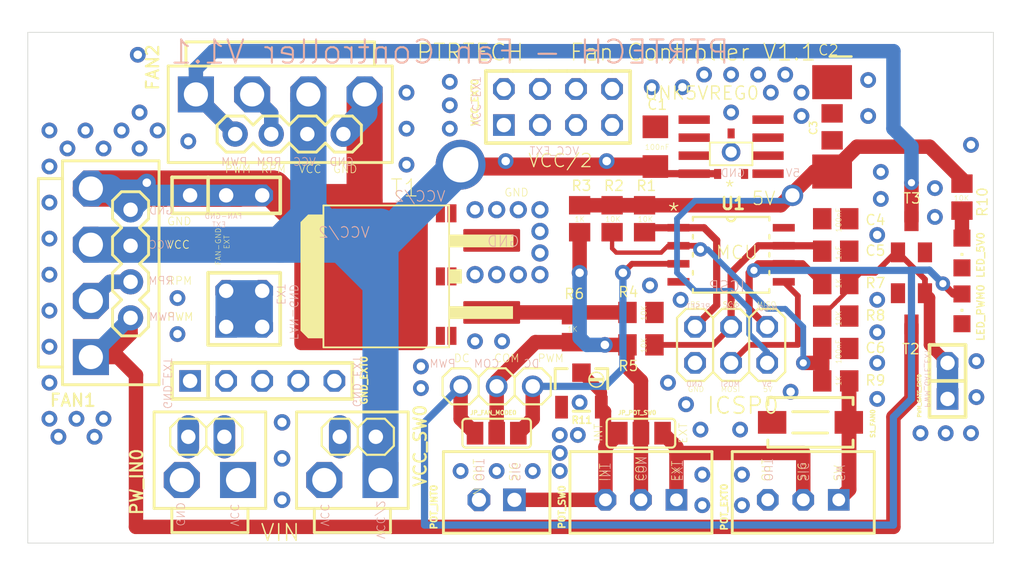
<source format=kicad_pcb>
(kicad_pcb (version 20241229) (generator "pcbnew") (generator_version "9.0")
  (layers (0 "F.Cu" signal) (2 "B.Cu" signal) (13 "F.Paste" user) (15 "B.Paste" user) (5 "F.SilkS" user "F.Silkscreen") (7 "B.SilkS" user "B.Silkscreen") (1 "F.Mask" user) (3 "B.Mask" user) (25 "Edge.Cuts" user))
  (net 0 "")
  (net 1 "GND")
  (net 2 "VCC")
  (net 3 "VCC/2")
  (net 4 "+5V")
  (net 5 "PB1_MISO")
  (net 6 "PB2_SCK")
  (net 7 "PB4")
  (net 8 "PB5_RESET")
  (net 9 "PB0_MOSI")
  (net 10 "T1_GATE")
  (net 11 "POTEXT_SIGNAL")
  (net 12 "POTINT_SIGNAL")
  (net 13 "POTSW_COM")
  (net 14 "FAN1_PWM")
  (net 15 "FAN2_PWM")
  (net 16 "FAN_GND")
  (net 17 "FAN_SW")
  (net 18 "PB3")
  (net 19 "JP1_COM")
  (net 20 "FAN1_LATCH")
  (net 21 "FAN2_LATCH")
  (net 22 "LED1_ANODE")
  (net 23 "PWM_GATE")
  (footprint "schemantic:C0805_334" (layer "F.Cu") (at 171.3971 109.2876)
    (property "Reference" "C6")
    (property "Value" "100nF")
  )
  (footprint "schemantic:dummyfp3" (layer "F.Cu") (at 179.0171 90.5036)
    (property "Reference" "UNK_HOLE_3" (hide yes))
    (property "Value" "")
  )
  (footprint "schemantic:1X05" (layer "F.Cu") (at 131.0111 111.5736)
    (property "Reference" "GND_EXT0")
    (property "Value" "")
  )
  (footprint "schemantic:B3B-XH-A" (layer "F.Cu") (at 157.6811 119.9556)
    (property "Reference" "POT_SW0")
    (property "Value" "POT_SW")
  )
  (footprint "schemantic:C1206_334" (layer "F.Cu") (at 158.6971 95.0636 90)
    (property "Reference" "C1")
    (property "Value" "100nF 60v")
  )
  (footprint "schemantic:SOT23" (layer "F.Cu") (at 176.7311 106.4936 180)
    (property "Reference" "T2")
    (property "Value" "AO3400")
  )
  (footprint "schemantic:CHIPLED_0805_259" (layer "F.Cu") (at 180.2871 102.5566 180)
    (property "Reference" "LED_5V0")
    (property "Value" "")
  )
  (footprint "schemantic:XC6206_SOT-23" (layer "F.Cu") (at 164.0311 95.5716)
    (property "Reference" "UNK5VREG_ALT0" (hide yes))
    (property "Value" "AP7381-50SA-7" (hide yes))
  )
  (footprint "schemantic:SMT-JUMPER_2_NO_NO-SILK_528" (layer "F.Cu") (at 143.9651 104.2076 180)
    (property "Reference" "JP1_T1_GND0" (hide yes))
    (property "Value" "JUMPER-SMT_2_NO_NO-SILK")
  )
  (footprint "schemantic:1X02_325" (layer "F.Cu") (at 137.7421 115.5106 180)
    (property "Reference" "VCC_SW_ALT0" (hide yes))
    (property "Value" "")
  )
  (footprint "schemantic:3223W_331" (layer "F.Cu") (at 153.4901 112.2086)
    (property "Reference" "R11")
    (property "Value" "")
  )
  (footprint "schemantic:R0805_334" (layer "F.Cu") (at 152.8551 107.8906 -90)
    (property "Reference" "R6")
    (property "Value" "1K")
  )
  (footprint "schemantic:CHIPLED_0805_259" (layer "F.Cu") (at 180.2871 106.4936 180)
    (property "Reference" "LED_PWM0")
    (property "Value" "")
  )
  (footprint "schemantic:R0805_334" (layer "F.Cu") (at 157.6811 109.0336)
    (property "Reference" "R5")
    (property "Value" "10K")
  )
  (footprint "schemantic:R0805_334" (layer "F.Cu") (at 153.3631 100.1436 90)
    (property "Reference" "R3")
    (property "Value" "1K")
  )
  (footprint "schemantic:B4P-VH" (layer "F.Cu") (at 118.9461 103.9536 90)
    (property "Reference" "FAN1")
    (property "Value" "FAN1" (hide yes))
  )
  (footprint "schemantic:B2P-VH" (layer "F.Cu") (at 127.3281 118.5586 180)
    (property "Reference" "PW_IN0")
    (property "Value" "Power In")
  )
  (footprint "schemantic:2X04" (layer "F.Cu") (at 151.8391 92.2696)
    (property "Reference" "VCC_EXT0")
    (property "Value" "")
  )
  (footprint "schemantic:R0805_334" (layer "F.Cu") (at 171.3971 104.7156 180)
    (property "Reference" "R7")
    (property "Value" "1K")
  )
  (footprint "schemantic:R0805_334" (layer "F.Cu") (at 171.3971 107.0016 180)
    (property "Reference" "R8")
    (property "Value" "10K")
  )
  (footprint "schemantic:B2B-XH-A" (layer "F.Cu") (at 147.5211 119.9556)
    (property "Reference" "POT_INT0")
    (property "Value" "POT_INT")
  )
  (footprint "schemantic:DTSM-3" (layer "F.Cu") (at 169.6191 114.4946)
    (property "Reference" "S1_FAN0")
    (property "Value" "DTSM-3")
  )
  (footprint "schemantic:SMC_E_334" (layer "F.Cu") (at 171.1431 93.6666 90)
    (property "Reference" "C2")
    (property "Value" "10uF 10v")
  )
  (footprint "schemantic:R0805_334" (layer "F.Cu") (at 157.9351 100.1436 -90)
    (property "Reference" "R1")
    (property "Value" "10K")
  )
  (footprint "schemantic:2X03_325" (layer "F.Cu") (at 164.0311 109.0336 180)
    (property "Reference" "ICSP0")
    (property "Value" "Prog")
  )
  (footprint "schemantic:1X02" (layer "F.Cu") (at 179.2711 111.5736 90)
    (property "Reference" "PWM_GATE_EXT0")
    (property "Value" "")
  )
  (footprint "schemantic:1X04-BIG" (layer "F.Cu") (at 129.1061 94.1746)
    (property "Reference" "FAN2_ALT0" (hide yes))
    (property "Value" "1X4-BIG")
  )
  (footprint "schemantic:SMT-JUMPER_2_NO_NO-SILK_528" (layer "F.Cu") (at 143.9651 108.3986 180)
    (property "Reference" "JP2_T1_GND0" (hide yes))
    (property "Value" "JUMPER-SMT_2_NO_NO-SILK")
  )
  (footprint "schemantic:1X03" (layer "F.Cu") (at 147.5211 111.9546)
    (property "Reference" "JP_FAN_MODE2" (hide yes))
    (property "Value" "")
  )
  (footprint "schemantic:1X02_325" (layer "F.Cu") (at 127.0741 115.5106 180)
    (property "Reference" "PW_IN_ALT0" (hide yes))
    (property "Value" "")
  )
  (footprint "schemantic:R0805_334" (layer "F.Cu") (at 171.3971 111.5736)
    (property "Reference" "R9")
    (property "Value" "1K")
  )
  (footprint "schemantic:R0805_334" (layer "F.Cu") (at 155.6491 100.1436 -90)
    (property "Reference" "R2")
    (property "Value" "10K")
  )
  (footprint "schemantic:SOIC127P798X216-8N" (layer "F.Cu") (at 164.0311 102.6836)
    (property "Reference" "U1")
    (property "Value" "ATTINY85-20SU")
  )
  (footprint "schemantic:B3B-XH-A" (layer "F.Cu") (at 169.1111 119.9556)
    (property "Reference" "POT_EXT0")
    (property "Value" "POT_EXT")
  )
  (footprint "schemantic:SJ_2_252" (layer "F.Cu") (at 147.5211 115.2566)
    (property "Reference" "JP_FAN_MODE0")
    (property "Value" "DC_COM_PWM")
  )
  (footprint "schemantic:SMT-JUMPER_2_NO_NO-SILK_528" (layer "F.Cu") (at 143.9651 99.7626 180)
    (property "Reference" "JP31_T1_GND0" (hide yes))
    (property "Value" "JUMPER-SMT_2_NO_NO-SILK")
  )
  (footprint "schemantic:R0805_334" (layer "F.Cu") (at 180.2871 98.6196 -90)
    (property "Reference" "R10")
    (property "Value" "10K")
  )
  (footprint "schemantic:2X02" (layer "F.Cu") (at 129.7411 106.4936)
    (property "Reference" "FAN_GND_EXT1" (hide yes))
    (property "Value" "")
  )
  (footprint "schemantic:R0805_334" (layer "F.Cu") (at 157.6811 106.7476 180)
    (property "Reference" "R4")
    (property "Value" "10K")
  )
  (footprint "schemantic:B4P-VH" (layer "F.Cu") (at 132.2811 91.3806)
    (property "Reference" "FAN2")
    (property "Value" "FAN1")
  )
  (footprint "schemantic:1X03" (layer "F.Cu") (at 128.4711 98.4926)
    (property "Reference" "FAN_GND_EXT2" (hide yes))
    (property "Value" "")
  )
  (footprint "schemantic:SO08_307" (layer "F.Cu") (at 164.0311 95.0636 90)
    (property "Reference" "UNK5VREG0")
    (property "Value" "LM2936M-5.0")
  )
  (footprint "schemantic:SOT23" (layer "F.Cu") (at 176.7311 101.4136)
    (property "Reference" "T3")
    (property "Value" "AO3400")
  )
  (footprint "schemantic:SJ_2_252" (layer "F.Cu") (at 157.6811 115.2566)
    (property "Reference" "JP_POT_SW0")
    (property "Value" "")
  )
  (footprint "schemantic:B2P-VH" (layer "F.Cu") (at 137.3611 118.5586 180)
    (property "Reference" "VCC_SW0")
    (property "Value" "Power SW")
  )
  (footprint "schemantic:1X04-BIG" (layer "F.Cu") (at 121.7401 107.1286 90)
    (property "Reference" "FAN1_ALT0" (hide yes))
    (property "Value" "1X4-BIG")
  )
  (footprint "schemantic:dummyfp2" (layer "F.Cu") (at 179.0171 119.1936)
    (property "Reference" "UNK_HOLE_2" (hide yes))
    (property "Value" "")
  )
  (footprint "schemantic:C0805_334" (layer "F.Cu") (at 171.3971 102.4296)
    (property "Reference" "C5")
    (property "Value" "1nF")
  )
  (footprint "schemantic:C0805_334" (layer "F.Cu") (at 171.1431 93.6666 90)
    (property "Reference" "C3")
    (property "Value" "2.2uF")
  )
  (footprint "schemantic:dummyfp0" (layer "F.Cu") (at 118.0571 119.1936)
    (property "Reference" "UNK_HOLE_0" (hide yes))
    (property "Value" "")
  )
  (footprint "schemantic:D2PAK_TO263" (layer "F.Cu") (at 141.1711 104.2076 180)
    (property "Reference" "T1")
    (property "Value" "BUK963R3-60E,118")
  )
  (footprint "schemantic:C0805_334" (layer "F.Cu") (at 171.3971 100.1436)
    (property "Reference" "C4")
    (property "Value" "100nF")
  )
  (footprint "schemantic:dummyfp1" (layer "F.Cu") (at 118.0571 90.5036)
    (property "Reference" "UNK_HOLE_1" (hide yes))
    (property "Value" "")
  )
  (gr_line (start 182.5011 123.0036) (end 182.5011 87.0036) (stroke (width 0.05)) (layer "Edge.Cuts"))
  (gr_line (start 114.5011 87.0036) (end 114.5011 123.0036) (stroke (width 0.05)) (layer "Edge.Cuts"))
  (gr_line (start 114.5011 123.0036) (end 182.5011 123.0036) (stroke (width 0.05)) (layer "Edge.Cuts"))
  (gr_line (start 182.5011 87.0036) (end 114.5011 87.0036) (stroke (width 0.05)) (layer "Edge.Cuts"))
  (gr_text "DC    COM   PWM" (at 144.4731 110.3036 0) (layer "F.SilkS") (effects (font (size 0.560832 0.560832) (thickness 0.048768)) (justify left bottom)))
  (gr_text "MCU" (at 162.8881 103.0646 0) (layer "F.SilkS") (effects (font (size 0.93472 0.93472) (thickness 0.08128)) (justify left bottom)))
  (gr_text "GND" (at 148.0291 98.6196 0) (layer "F.SilkS") (effects (font (size 0.560832 0.560832) (thickness 0.048768)) (justify left bottom)))
  (gr_text "SIG" (at 149.0451 118.6856 90) (layer "F.SilkS") (effects (font (size 0.560832 0.560832) (thickness 0.048768)) (justify left bottom)))
  (gr_text "EXT" (at 160.9831 116.0186 90) (layer "F.SilkS") (effects (font (size 0.560832 0.560832) (thickness 0.048768)) (justify left bottom)))
  (gr_text "10K" (at 179.686286 98.917166 0) (layer "F.SilkS") (effects (font (size 0.373888 0.373888) (thickness 0.032512)) (justify left bottom)))
  (gr_text "VCC" (at 124.2801 102.3026 0) (layer "F.SilkS") (effects (font (size 0.560832 0.560832) (thickness 0.048768)) (justify left bottom)))
  (gr_text "1K" (at 152.4741 108.1446 0) (layer "F.SilkS") (effects (font (size 0.373888 0.373888) (thickness 0.032512)) (justify left bottom)))
  (gr_text "SCK" (at 163.412482 106.410166 0) (layer "F.SilkS") (effects (font (size 0.373888 0.373888) (thickness 0.032512)) (justify left bottom)))
  (gr_text "10K" (at 157.4271 100.3976 0) (layer "F.SilkS") (effects (font (size 0.373888 0.373888) (thickness 0.032512)) (justify left bottom)))
  (gr_text "EXT" (at 160.4751 118.6856 90) (layer "F.SilkS") (effects (font (size 0.560832 0.560832) (thickness 0.048768)) (justify left bottom)))
  (gr_text "MOSI" (at 163.290223 112.379166 0) (layer "F.SilkS") (effects (font (size 0.373888 0.373888) (thickness 0.032512)) (justify left bottom)))
  (gr_text "10K" (at 171.821666 107.729414 90) (layer "F.SilkS") (effects (font (size 0.373888 0.373888) (thickness 0.032512)) (justify left bottom)))
  (gr_text "OUT" (at 146.5051 118.6856 90) (layer "F.SilkS") (effects (font (size 0.560832 0.560832) (thickness 0.048768)) (justify left bottom)))
  (gr_text "GND" (at 160.963874 112.379166 0) (layer "F.SilkS") (effects (font (size 0.373888 0.373888) (thickness 0.032512)) (justify left bottom)))
  (gr_text "10K" (at 158.105666 109.634414 90) (layer "F.SilkS") (effects (font (size 0.373888 0.373888) (thickness 0.032512)) (justify left bottom)))
  (gr_text "1K" (at 171.821666 105.08733 90) (layer "F.SilkS") (effects (font (size 0.373888 0.373888) (thickness 0.032512)) (justify left bottom)))
  (gr_text "-" (at 170.3811 89.7296 0) (layer "F.SilkS") (effects (font (size 2.009648 2.009648) (thickness 0.174752)) (justify left bottom)))
  (gr_text "MISO" (at 165.830223 106.410166 0) (layer "F.SilkS") (effects (font (size 0.373888 0.373888) (thickness 0.032512)) (justify left bottom)))
  (gr_text "GND" (at 135.9641 96.9686 0) (layer "F.SilkS") (effects (font (size 0.560832 0.560832) (thickness 0.048768)) (justify left bottom)))
  (gr_text "10K" (at 158.105666 107.348414 90) (layer "F.SilkS") (effects (font (size 0.373888 0.373888) (thickness 0.032512)) (justify left bottom)))
  (gr_text "1nF" (at 171.821666 103.086197 90) (layer "F.SilkS") (effects (font (size 0.373888 0.373888) (thickness 0.032512)) (justify left bottom)))
  (gr_text "100nF" (at 171.821666 101.131365 90) (layer "F.SilkS") (effects (font (size 0.373888 0.373888) (thickness 0.032512)) (justify left bottom)))
  (gr_text "INT" (at 155.0141 115.8916 90) (layer "F.SilkS") (effects (font (size 0.560832 0.560832) (thickness 0.048768)) (justify left bottom)))
  (gr_text "100nF" (at 171.821666 110.402365 90) (layer "F.SilkS") (effects (font (size 0.373888 0.373888) (thickness 0.032512)) (justify left bottom)))
  (gr_text "FAN-GND\n    EXT" (at 128.735605 103.436377 90) (layer "F.SilkS") (effects (font (size 0.373888 0.373888) (thickness 0.032512)) (justify left bottom)))
  (gr_text "PWM" (at 128.3441 96.9686 0) (layer "F.SilkS") (effects (font (size 0.560832 0.560832) (thickness 0.048768)) (justify left bottom)))
  (gr_text "COM" (at 157.9351 118.6856 90) (layer "F.SilkS") (effects (font (size 0.560832 0.560832) (thickness 0.048768)) (justify left bottom)))
  (gr_text "*" (at 163.5231 98.4926 0) (layer "F.SilkS") (effects (font (size 0.93472 0.93472) (thickness 0.08128)) (justify left bottom)))
  (gr_text "SIG" (at 169.3651 118.6856 90) (layer "F.SilkS") (effects (font (size 0.560832 0.560832) (thickness 0.048768)) (justify left bottom)))
  (gr_text "PTRTECH - Fan Controller V1.1" (at 141.8061 89.0946 0) (layer "F.SilkS") (effects (font (size 1.1684 1.1684) (thickness 0.1016)) (justify left bottom)))
  (gr_text "VIN" (at 130.825075 122.949244 0) (layer "F.SilkS") (effects (font (size 1.1684 1.1684) (thickness 0.1016)) (justify left bottom)))
  (gr_text "INT" (at 155.3951 118.6856 90) (layer "F.SilkS") (effects (font (size 0.560832 0.560832) (thickness 0.048768)) (justify left bottom)))
  (gr_text "PWM" (at 124.2801 107.3826 0) (layer "F.SilkS") (effects (font (size 0.560832 0.560832) (thickness 0.048768)) (justify left bottom)))
  (gr_text "OUT" (at 166.8251 118.6856 90) (layer "F.SilkS") (effects (font (size 0.560832 0.560832) (thickness 0.048768)) (justify left bottom)))
  (gr_text "5V" (at 165.4281 99.2546 0) (layer "F.SilkS") (effects (font (size 0.93472 0.93472) (thickness 0.08128)) (justify left bottom)))
  (gr_text "SCK" (at 163.412482 106.410166 0) (layer "F.SilkS") (effects (font (size 0.373888 0.373888) (thickness 0.032512)) (justify left bottom)))
  (gr_text "1K" (at 171.821666 111.94533 90) (layer "F.SilkS") (effects (font (size 0.373888 0.373888) (thickness 0.032512)) (justify left bottom)))
  (gr_text "RPM" (at 124.2801 104.8426 0) (layer "F.SilkS") (effects (font (size 0.560832 0.560832) (thickness 0.048768)) (justify left bottom)))
  (gr_text "SW" (at 171.9051 118.6856 90) (layer "F.SilkS") (effects (font (size 0.560832 0.560832) (thickness 0.048768)) (justify left bottom)))
  (gr_text "RS" (at 161.11937 106.410166 0) (layer "F.SilkS") (effects (font (size 0.373888 0.373888) (thickness 0.032512)) (justify left bottom)))
  (gr_text "1K" (at 152.9821 100.3976 0) (layer "F.SilkS") (effects (font (size 0.373888 0.373888) (thickness 0.032512)) (justify left bottom)))
  (gr_text "GND" (at 124.2801 100.6516 0) (layer "F.SilkS") (effects (font (size 0.560832 0.560832) (thickness 0.048768)) (justify left bottom)))
  (gr_text "PWM" (at 124.2801 107.3826 0) (layer "F.SilkS") (effects (font (size 0.560832 0.560832) (thickness 0.048768)) (justify left bottom)))
  (gr_text "100nF" (at 157.9351 95.3176 0) (layer "F.SilkS") (effects (font (size 0.373888 0.373888) (thickness 0.032512)) (justify left bottom)))
  (gr_text "10K" (at 155.1411 100.3976 0) (layer "F.SilkS") (effects (font (size 0.373888 0.373888) (thickness 0.032512)) (justify left bottom)))
  (gr_text "VCC" (at 124.2801 102.3026 0) (layer "F.SilkS") (effects (font (size 0.560832 0.560832) (thickness 0.048768)) (justify left bottom)))
  (gr_text "VCC/2" (at 149.6801 96.5876 0) (layer "F.SilkS") (effects (font (size 0.93472 0.93472) (thickness 0.08128)) (justify left bottom)))
  (gr_text "5V" (at 166.252783 112.379166 0) (layer "F.SilkS") (effects (font (size 0.373888 0.373888) (thickness 0.032512)) (justify left bottom)))
  (gr_text "VCC" (at 133.5511 96.9686 0) (layer "F.SilkS") (effects (font (size 0.560832 0.560832) (thickness 0.048768)) (justify left bottom)))
  (gr_text "RPM" (at 130.8841 96.9686 0) (layer "F.SilkS") (effects (font (size 0.560832 0.560832) (thickness 0.048768)) (justify left bottom)))
  (gr_text "IN" (at 146.5051 119.9556 90) (layer "F.SilkS") (effects (font (size 0.560832 0.560832) (thickness 0.048768)) (justify left bottom)))
  (gr_text "SCK" (at 163.5231 106.1126 0) (layer "B.SilkS") (effects (font (size 0.373888 0.373888) (thickness 0.032512)) (justify right top mirror)))
  (gr_text "ICSP" (at 165.0471 105.3506 -0) (layer "B.SilkS") (effects (font (size 0.747776 0.747776) (thickness 0.065024)) (justify left bottom mirror)))
  (gr_text "RESET" (at 160.8561 106.1126 0) (layer "B.SilkS") (effects (font (size 0.373888 0.373888) (thickness 0.032512)) (justify right top mirror)))
  (gr_text "PWM_GATE_EXT" (at 177.6201 113.4786 -90) (layer "B.SilkS") (effects (font (size 0.373888 0.373888) (thickness 0.032512)) (justify left bottom mirror)))
  (gr_text "5V" (at 166.1901 111.5736 0) (layer "B.SilkS") (effects (font (size 0.373888 0.373888) (thickness 0.032512)) (justify right top mirror)))
  (gr_text "VCC/2" (at 138.6311 101.5406 -0) (layer "B.SilkS") (effects (font (size 0.747776 0.747776) (thickness 0.065024)) (justify left bottom mirror)))
  (gr_text "GND" (at 163.2691 96.5876 0) (layer "B.SilkS") (effects (font (size 0.560832 0.560832) (thickness 0.048768)) (justify right top mirror)))
  (gr_text "VCC_EXT" (at 153.3631 95.6986 -0) (layer "B.SilkS") (effects (font (size 0.560832 0.560832) (thickness 0.048768)) (justify left bottom mirror)))
  (gr_text "INT" (at 154.8871 118.6856 -90) (layer "B.SilkS") (effects (font (size 0.560832 0.560832) (thickness 0.048768)) (justify left bottom mirror)))
  (gr_text "VCC" (at 128.7251 121.8606 -90) (layer "B.SilkS") (effects (font (size 0.560832 0.560832) (thickness 0.048768)) (justify left bottom mirror)))
  (gr_text "DC    COM   PWM" (at 150.5691 110.6846 -0) (layer "B.SilkS") (effects (font (size 0.560832 0.560832) (thickness 0.048768)) (justify left bottom mirror)))
  (gr_text "5V" (at 167.8411 96.5876 0) (layer "B.SilkS") (effects (font (size 0.560832 0.560832) (thickness 0.048768)) (justify right top mirror)))
  (gr_text "VCC" (at 135.0751 121.8606 -90) (layer "B.SilkS") (effects (font (size 0.560832 0.560832) (thickness 0.048768)) (justify left bottom mirror)))
  (gr_text "GND_EXT" (at 124.6611 109.9226 -90) (layer "B.SilkS") (effects (font (size 0.560832 0.560832) (thickness 0.048768)) (justify right top mirror)))
  (gr_text "PTRTECH - Fan Controller V1.1" (at 164.0311 89.3486 -0) (layer "B.SilkS") (effects (font (size 1.63576 1.63576) (thickness 0.14224)) (justify left bottom mirror)))
  (gr_text "FAN-GND\n    EXT" (at 133.5511 104.7156 -90) (layer "B.SilkS") (effects (font (size 0.560832 0.560832) (thickness 0.048768)) (justify right top mirror)))
  (gr_text "VCC/2" (at 143.9651 99.0006 -0) (layer "B.SilkS") (effects (font (size 0.747776 0.747776) (thickness 0.065024)) (justify left bottom mirror)))
  (gr_text "SIG" (at 168.8571 118.6856 -90) (layer "B.SilkS") (effects (font (size 0.560832 0.560832) (thickness 0.048768)) (justify left bottom mirror)))
  (gr_text "VCC_EXT" (at 145.7431 93.6666 -90) (layer "B.SilkS") (effects (font (size 0.560832 0.560832) (thickness 0.048768)) (justify left bottom mirror)))
  (gr_text "EXT" (at 159.9671 118.6856 -90) (layer "B.SilkS") (effects (font (size 0.560832 0.560832) (thickness 0.048768)) (justify left bottom mirror)))
  (gr_text "MISO" (at 165.9361 106.2396 0) (layer "B.SilkS") (effects (font (size 0.373888 0.373888) (thickness 0.032512)) (justify right top mirror)))
  (gr_text "VCC/2" (at 139.0121 122.7496 -90) (layer "B.SilkS") (effects (font (size 0.560832 0.560832) (thickness 0.048768)) (justify left bottom mirror)))
  (gr_text "VCC" (at 124.6611 102.3026 -0) (layer "B.SilkS") (effects (font (size 0.560832 0.560832) (thickness 0.048768)) (justify left bottom mirror)))
  (gr_text "GND_EXT" (at 137.9961 109.7956 -90) (layer "B.SilkS") (effects (font (size 0.560832 0.560832) (thickness 0.048768)) (justify right top mirror)))
  (gr_text "VCC" (at 134.8211 96.4606 -0) (layer "B.SilkS") (effects (font (size 0.560832 0.560832) (thickness 0.048768)) (justify left bottom mirror)))
  (gr_text "FAN-GND\n    EXT" (at 129.6141 100.7786 -0) (layer "B.SilkS") (effects (font (size 0.373888 0.373888) (thickness 0.032512)) (justify left bottom mirror)))
  (gr_text "PWM" (at 124.9151 107.3826 -0) (layer "B.SilkS") (effects (font (size 0.560832 0.560832) (thickness 0.048768)) (justify left bottom mirror)))
  (gr_text "MOSI" (at 163.2691 111.5736 0) (layer "B.SilkS") (effects (font (size 0.373888 0.373888) (thickness 0.032512)) (justify right top mirror)))
  (gr_text "GND" (at 137.4881 96.4606 -0) (layer "B.SilkS") (effects (font (size 0.560832 0.560832) (thickness 0.048768)) (justify left bottom mirror)))
  (gr_text "GND" (at 124.9151 121.8606 -90) (layer "B.SilkS") (effects (font (size 0.560832 0.560832) (thickness 0.048768)) (justify left bottom mirror)))
  (gr_text "GND" (at 149.1721 102.1756 -0) (layer "B.SilkS") (effects (font (size 0.747776 0.747776) (thickness 0.065024)) (justify left bottom mirror)))
  (gr_text "SW" (at 171.3971 118.6856 -90) (layer "B.SilkS") (effects (font (size 0.560832 0.560832) (thickness 0.048768)) (justify left bottom mirror)))
  (gr_text "GND" (at 124.7881 99.8896 -0) (layer "B.SilkS") (effects (font (size 0.560832 0.560832) (thickness 0.048768)) (justify left bottom mirror)))
  (gr_text "RPM" (at 124.7881 104.8426 -0) (layer "B.SilkS") (effects (font (size 0.560832 0.560832) (thickness 0.048768)) (justify left bottom mirror)))
  (gr_text "RPM" (at 132.4081 96.4606 -0) (layer "B.SilkS") (effects (font (size 0.560832 0.560832) (thickness 0.048768)) (justify left bottom mirror)))
  (gr_text "OUT" (at 166.3171 118.6856 -90) (layer "B.SilkS") (effects (font (size 0.560832 0.560832) (thickness 0.048768)) (justify left bottom mirror)))
  (gr_text "GND" (at 160.8561 111.5736 0) (layer "B.SilkS") (effects (font (size 0.373888 0.373888) (thickness 0.032512)) (justify right top mirror)))
  (gr_text "OUT" (at 145.9971 118.6856 -90) (layer "B.SilkS") (effects (font (size 0.560832 0.560832) (thickness 0.048768)) (justify left bottom mirror)))
  (gr_text "COM" (at 157.4271 118.6856 -90) (layer "B.SilkS") (effects (font (size 0.560832 0.560832) (thickness 0.048768)) (justify left bottom mirror)))
  (gr_text "SIG" (at 148.5371 118.6856 -90) (layer "B.SilkS") (effects (font (size 0.560832 0.560832) (thickness 0.048768)) (justify left bottom mirror)))
  (gr_text "PWM" (at 129.9951 96.4606 -0) (layer "B.SilkS") (effects (font (size 0.560832 0.560832) (thickness 0.048768)) (justify left bottom mirror)))
  (via (at 145.9971 108.7796) (size 1.108) (drill 0.6) (layers "F.Cu" "B.Cu") (net 1))
  (via (at 122.3751 95.1906) (size 1.108) (drill 0.6) (layers "F.Cu" "B.Cu") (net 1))
  (via (at 125.0421 105.7316) (size 1.108) (drill 0.6) (layers "F.Cu" "B.Cu") (net 1))
  (via (at 158.3161 104.8426) (size 1.108) (drill 0.6) (layers "F.Cu" "B.Cu") (net 1))
  (via (at 168.2221 112.3356) (size 1.108) (drill 0.6) (layers "F.Cu" "B.Cu") (net 1))
  (via (at 116.0251 111.7006) (size 1.108) (drill 0.6) (layers "F.Cu" "B.Cu") (net 1))
  (via (at 168.9841 91.2536) (size 1.108) (drill 0.6) (layers "F.Cu" "B.Cu") (net 1))
  (via (at 125.0421 108.2716) (size 1.108) (drill 0.6) (layers "F.Cu" "B.Cu") (net 1))
  (via (at 168.9841 92.9046) (size 1.108) (drill 0.6) (layers "F.Cu" "B.Cu") (net 1))
  (via (at 165.9361 89.9836) (size 1.108) (drill 0.6) (layers "F.Cu" "B.Cu") (net 1))
  (via (at 150.5691 101.0326) (size 1.208) (drill 0.7) (layers "F.Cu" "B.Cu") (net 1))
  (via (at 181.3031 110.1766) (size 1.108) (drill 0.6) (layers "F.Cu" "B.Cu") (net 1))
  (via (at 150.5691 102.5566) (size 1.208) (drill 0.7) (layers "F.Cu" "B.Cu") (net 1))
  (via (at 164.0311 89.9836) (size 1.108) (drill 0.6) (layers "F.Cu" "B.Cu") (net 1))
  (via (at 150.0611 117.9236) (size 1.108) (drill 0.6) (layers "F.Cu" "B.Cu") (net 1))
  (via (at 119.2001 115.5106) (size 1.108) (drill 0.6) (layers "F.Cu" "B.Cu") (net 1))
  (via (at 123.6451 93.9206) (size 1.108) (drill 0.6) (layers "F.Cu" "B.Cu") (net 1))
  (via (at 161.9991 120.3366) (size 1.108) (drill 0.6) (layers "F.Cu" "B.Cu") (net 1))
  (via (at 119.8351 95.1906) (size 1.108) (drill 0.6) (layers "F.Cu" "B.Cu") (net 1))
  (via (at 121.1051 93.9206) (size 1.108) (drill 0.6) (layers "F.Cu" "B.Cu") (net 1))
  (via (at 147.5211 99.5086) (size 1.208) (drill 0.7) (layers "F.Cu" "B.Cu") (net 1))
  (via (at 141.1711 93.7936) (size 1.108) (drill 0.6) (layers "F.Cu" "B.Cu") (net 1))
  (via (at 119.8351 114.2406) (size 1.108) (drill 0.6) (layers "F.Cu" "B.Cu") (net 1))
  (via (at 178.3821 100.0166) (size 1.108) (drill 0.6) (layers "F.Cu" "B.Cu") (net 1))
  (via (at 142.1871 112.0816) (size 1.108) (drill 0.6) (layers "F.Cu" "B.Cu") (net 1))
  (via (at 151.9661 117.9236) (size 1.108) (drill 0.6) (layers "F.Cu" "B.Cu") (net 1))
  (via (at 141.1711 96.3336) (size 1.108) (drill 0.6) (layers "F.Cu" "B.Cu") (net 1))
  (via (at 161.8721 115.0026) (size 1.108) (drill 0.6) (layers "F.Cu" "B.Cu") (net 1))
  (via (at 116.6601 115.5106) (size 1.108) (drill 0.6) (layers "F.Cu" "B.Cu") (net 1))
  (via (at 141.1711 91.2536) (size 1.108) (drill 0.6) (layers "F.Cu" "B.Cu") (net 1))
  (via (at 147.5211 104.0806) (size 1.208) (drill 0.7) (layers "F.Cu" "B.Cu") (net 1))
  (via (at 158.4431 90.8726) (size 1.108) (drill 0.6) (layers "F.Cu" "B.Cu") (net 1))
  (via (at 116.0251 104.0806) (size 1.108) (drill 0.6) (layers "F.Cu" "B.Cu") (net 1))
  (via (at 166.8251 91.2536) (size 1.108) (drill 0.6) (layers "F.Cu" "B.Cu") (net 1))
  (via (at 117.2951 95.1906) (size 1.108) (drill 0.6) (layers "F.Cu" "B.Cu") (net 1))
  (via (at 174.3181 112.8436) (size 1.108) (drill 0.6) (layers "F.Cu" "B.Cu") (net 1))
  (via (at 117.9301 114.2406) (size 1.108) (drill 0.6) (layers "F.Cu" "B.Cu") (net 1))
  (via (at 181.3031 112.7166) (size 1.108) (drill 0.6) (layers "F.Cu" "B.Cu") (net 1))
  (via (at 122.2481 88.5866) (size 1.108) (drill 0.6) (layers "F.Cu" "B.Cu") (net 1))
  (via (at 173.6831 92.9046) (size 1.108) (drill 0.6) (layers "F.Cu" "B.Cu") (net 1))
  (via (at 122.3751 92.6506) (size 1.108) (drill 0.6) (layers "F.Cu" "B.Cu") (net 1))
  (via (at 159.5861 111.7006) (size 1.108) (drill 0.6) (layers "F.Cu" "B.Cu") (net 1))
  (via (at 164.0311 92.6506) (size 1.108) (drill 0.6) (layers "F.Cu" "B.Cu") (net 1))
  (via (at 116.0251 96.4606) (size 1.108) (drill 0.6) (layers "F.Cu" "B.Cu") (net 1))
  (via (at 174.3181 101.2866) (size 1.108) (drill 0.6) (layers "F.Cu" "B.Cu") (net 1))
  (via (at 142.1871 110.5576) (size 1.108) (drill 0.6) (layers "F.Cu" "B.Cu") (net 1))
  (via (at 147.9021 108.7796) (size 1.108) (drill 0.6) (layers "F.Cu" "B.Cu") (net 1))
  (via (at 164.7931 118.1776) (size 1.108) (drill 0.6) (layers "F.Cu" "B.Cu") (net 1))
  (via (at 116.0251 114.2406) (size 1.108) (drill 0.6) (layers "F.Cu" "B.Cu") (net 1))
  (via (at 174.3181 105.8586) (size 1.108) (drill 0.6) (layers "F.Cu" "B.Cu") (net 1))
  (via (at 149.0451 99.5086) (size 1.208) (drill 0.7) (layers "F.Cu" "B.Cu") (net 1))
  (via (at 116.0251 101.5406) (size 1.108) (drill 0.6) (layers "F.Cu" "B.Cu") (net 1))
  (via (at 116.0251 99.0006) (size 1.108) (drill 0.6) (layers "F.Cu" "B.Cu") (net 1))
  (via (at 144.9811 117.9236) (size 1.108) (drill 0.6) (layers "F.Cu" "B.Cu") (net 1))
  (via (at 160.6021 90.8726) (size 1.108) (drill 0.6) (layers "F.Cu" "B.Cu") (net 1))
  (via (at 174.3181 110.3036) (size 1.108) (drill 0.6) (layers "F.Cu" "B.Cu") (net 1))
  (via (at 153.3631 113.0976) (size 1.108) (drill 0.6) (layers "F.Cu" "B.Cu") (net 1))
  (via (at 150.5691 99.5086) (size 1.208) (drill 0.7) (layers "F.Cu" "B.Cu") (net 1))
  (via (at 161.9991 118.1776) (size 1.108) (drill 0.6) (layers "F.Cu" "B.Cu") (net 1))
  (via (at 179.1441 115.2566) (size 1.108) (drill 0.6) (layers "F.Cu" "B.Cu") (net 1))
  (via (at 145.9971 104.0806) (size 1.208) (drill 0.7) (layers "F.Cu" "B.Cu") (net 1))
  (via (at 177.3661 115.2566) (size 1.108) (drill 0.6) (layers "F.Cu" "B.Cu") (net 1))
  (via (at 164.0311 95.4446) (size 1.308) (drill 0.8) (layers "F.Cu" "B.Cu") (net 1))
  (via (at 149.0451 104.0806) (size 1.208) (drill 0.7) (layers "F.Cu" "B.Cu") (net 1))
  (via (at 150.5691 104.0806) (size 1.208) (drill 0.7) (layers "F.Cu" "B.Cu") (net 1))
  (via (at 118.5651 93.9206) (size 1.108) (drill 0.6) (layers "F.Cu" "B.Cu") (net 1))
  (via (at 164.6661 115.0026) (size 1.108) (drill 0.6) (layers "F.Cu" "B.Cu") (net 1))
  (via (at 153.2361 115.3836) (size 1.108) (drill 0.6) (layers "F.Cu" "B.Cu") (net 1))
  (via (at 180.9221 94.9366) (size 1.108) (drill 0.6) (layers "F.Cu" "B.Cu") (net 1))
  (via (at 147.5211 117.9236) (size 1.108) (drill 0.6) (layers "F.Cu" "B.Cu") (net 1))
  (via (at 173.6831 90.3646) (size 1.108) (drill 0.6) (layers "F.Cu" "B.Cu") (net 1))
  (via (at 151.9661 115.3836) (size 1.108) (drill 0.6) (layers "F.Cu" "B.Cu") (net 1))
  (via (at 164.7931 120.3366) (size 1.108) (drill 0.6) (layers "F.Cu" "B.Cu") (net 1))
  (via (at 116.0251 106.6206) (size 1.108) (drill 0.6) (layers "F.Cu" "B.Cu") (net 1))
  (via (at 167.8411 89.9836) (size 1.108) (drill 0.6) (layers "F.Cu" "B.Cu") (net 1))
  (via (at 151.9661 116.6536) (size 1.108) (drill 0.6) (layers "F.Cu" "B.Cu") (net 1))
  (via (at 174.3181 108.1446) (size 1.108) (drill 0.6) (layers "F.Cu" "B.Cu") (net 1))
  (via (at 160.8561 113.2246) (size 1.108) (drill 0.6) (layers "F.Cu" "B.Cu") (net 1))
  (via (at 125.8041 94.6826) (size 1.108) (drill 0.6) (layers "F.Cu" "B.Cu") (net 1))
  (via (at 162.1261 89.9836) (size 1.108) (drill 0.6) (layers "F.Cu" "B.Cu") (net 1))
  (via (at 174.5721 98.7466) (size 1.108) (drill 0.6) (layers "F.Cu" "B.Cu") (net 1))
  (via (at 116.0251 109.1606) (size 1.108) (drill 0.6) (layers "F.Cu" "B.Cu") (net 1))
  (via (at 145.9971 99.5086) (size 1.208) (drill 0.7) (layers "F.Cu" "B.Cu") (net 1))
  (via (at 180.9221 115.2566) (size 1.108) (drill 0.6) (layers "F.Cu" "B.Cu") (net 1))
  (via (at 174.5721 96.8416) (size 1.108) (drill 0.6) (layers "F.Cu" "B.Cu") (net 1))
  (via (at 116.0251 93.9206) (size 1.108) (drill 0.6) (layers "F.Cu" "B.Cu") (net 1))
  (via (at 160.4751 105.8586) (size 1.108) (drill 0.6) (layers "F.Cu" "B.Cu") (net 1))
  (via (at 178.3821 97.9846) (size 1.108) (drill 0.6) (layers "F.Cu" "B.Cu") (net 1))
  (via (at 132.4081 119.9556) (size 1.158) (drill 0.65) (layers "F.Cu" "B.Cu") (net 2))
  (via (at 132.4081 114.4946) (size 1.158) (drill 0.65) (layers "F.Cu" "B.Cu") (net 2))
  (via (at 132.4081 117.0346) (size 1.158) (drill 0.65) (layers "F.Cu" "B.Cu") (net 2))
  (segment (start 121.7401 102.0486) (end 119.0211 102.0486) (width 2) (layer "F.Cu") (net 3))
  (segment (start 161.4311 96.9686) (end 159.2021 96.9686) (width 0.508) (layer "F.Cu") (net 3))
  (segment (start 161.4311 96.9686) (end 163.0631 96.9686) (width 0.508) (layer "F.Cu") (net 3))
  (segment (start 139.0121 118.2296) (end 139.3411 118.5586) (width 1.8) (layer "F.Cu") (net 3))
  (segment (start 139.0121 115.5106) (end 139.0121 118.2296) (width 1.6) (layer "F.Cu") (net 3))
  (segment (start 134.2611 94.0996) (end 134.1861 94.1746) (width 1.27) (layer "F.Cu") (net 3))
  (segment (start 158.6971 96.4636) (end 144.9781 96.4636) (width 1.27) (layer "F.Cu") (net 3))
  (segment (start 144.9811 96.4606) (end 144.9781 96.4636) (width 1.27) (layer "F.Cu") (net 3))
  (segment (start 163.0631 96.9686) (end 163.0811 96.9866) (width 0.508) (layer "F.Cu") (net 3))
  (segment (start 144.9811 96.4606) (end 144.9811 96.3336) (width 1.27) (layer "F.Cu") (net 3))
  (segment (start 119.0211 102.0486) (end 118.9461 101.9736) (width 2) (layer "F.Cu") (net 3))
  (segment (start 159.2021 96.9686) (end 158.6971 96.4636) (width 0.508) (layer "F.Cu") (net 3))
  (segment (start 134.2611 91.3806) (end 134.2611 94.0996) (width 2) (layer "F.Cu") (net 3))
  (via (at 144.2191 93.7936) (size 1.108) (drill 0.6) (layers "F.Cu" "B.Cu") (net 3))
  (via (at 144.9811 96.3336) (size 3.516) (drill 2.5) (layers "F.Cu" "B.Cu") (net 3))
  (via (at 144.2191 90.4916) (size 1.108) (drill 0.6) (layers "F.Cu" "B.Cu") (net 3))
  (via (at 144.2191 92.1426) (size 1.108) (drill 0.6) (layers "F.Cu" "B.Cu") (net 3))
  (via (at 148.1561 96.0796) (size 1.108) (drill 0.6) (layers "F.Cu" "B.Cu") (net 3))
  (via (at 155.2681 96.0796) (size 1.108) (drill 0.6) (layers "F.Cu" "B.Cu") (net 3))
  (segment (start 118.9461 101.9736) (end 132.2811 101.9736) (width 2.54) (layer "B.Cu") (net 3))
  (segment (start 144.9811 96.3336) (end 139.3411 101.9736) (width 2.54) (layer "B.Cu") (net 3))
  (segment (start 139.3411 101.9736) (end 139.3411 104.6636) (width 2.54) (layer "B.Cu") (net 3))
  (segment (start 134.2611 91.3806) (end 134.2611 99.5836) (width 2.54) (layer "B.Cu") (net 3))
  (segment (start 139.3411 100.7036) (end 139.3411 101.9736) (width 2.54) (layer "B.Cu") (net 3))
  (segment (start 134.2611 99.5836) (end 136.6511 101.9736) (width 2.54) (layer "B.Cu") (net 3))
  (segment (start 134.2611 99.9936) (end 132.2811 101.9736) (width 2.54) (layer "B.Cu") (net 3))
  (segment (start 139.3411 104.6636) (end 136.6511 101.9736) (width 2.54) (layer "B.Cu") (net 3))
  (segment (start 136.0911 100.7036) (end 139.3411 100.7036) (width 2.54) (layer "B.Cu") (net 3))
  (segment (start 134.2611 91.3806) (end 134.2611 99.9936) (width 2.54) (layer "B.Cu") (net 3))
  (segment (start 134.8211 101.9736) (end 136.6511 101.9736) (width 2.54) (layer "B.Cu") (net 3))
  (segment (start 134.8211 101.9736) (end 136.0911 100.7036) (width 2.54) (layer "B.Cu") (net 3))
  (segment (start 139.3411 118.5586) (end 139.3411 104.6636) (width 2.54) (layer "B.Cu") (net 3))
  (segment (start 132.2811 101.9736) (end 134.8211 101.9736) (width 2.54) (layer "B.Cu") (net 3))
  (segment (start 153.3631 99.1936) (end 157.9351 99.1936) (width 1.016) (layer "F.Cu") (net 4))
  (segment (start 167.5211 99.1936) (end 169.8981 96.8166) (width 1.016) (layer "F.Cu") (net 4))
  (segment (start 171.1431 96.8166) (end 172.8961 95.0636) (width 1.016) (layer "F.Cu") (net 4))
  (segment (start 155.6491 99.1936) (end 157.9351 99.1936) (width 1.016) (layer "F.Cu") (net 4))
  (segment (start 180.2871 97.6696) (end 180.2871 97.3496) (width 1.016) (layer "F.Cu") (net 4))
  (segment (start 169.8981 96.8166) (end 171.1431 96.8166) (width 1.016) (layer "F.Cu") (net 4))
  (segment (start 178.0011 95.0636) (end 180.2871 97.3496) (width 1.016) (layer "F.Cu") (net 4))
  (segment (start 157.9351 99.1936) (end 167.5211 99.1936) (width 1.016) (layer "F.Cu") (net 4))
  (segment (start 172.8961 95.0636) (end 178.0011 95.0636) (width 1.016) (layer "F.Cu") (net 4))
  (via (at 168.3491 98.4926) (size 1.508) (drill 1) (layers "F.Cu" "B.Cu") (net 4))
  (segment (start 161.4911 105.2236) (end 164.0311 105.2236) (width 0.4064) (layer "B.Cu") (net 4))
  (segment (start 166.5711 109.5416) (end 166.5711 110.3036) (width 0.4064) (layer "B.Cu") (net 4))
  (segment (start 165.3011 106.4936) (end 165.3011 108.2716) (width 0.4064) (layer "B.Cu") (net 4))
  (segment (start 168.3491 98.4926) (end 167.9681 98.8736) (width 0.508) (layer "B.Cu") (net 4))
  (segment (start 160.2211 100.1436) (end 160.2211 103.9536) (width 0.4064) (layer "B.Cu") (net 4))
  (segment (start 164.0311 105.2236) (end 165.3011 106.4936) (width 0.4064) (layer "B.Cu") (net 4))
  (segment (start 165.3011 108.2716) (end 166.5711 109.5416) (width 0.4064) (layer "B.Cu") (net 4))
  (segment (start 161.4911 98.8736) (end 160.2211 100.1436) (width 0.4064) (layer "B.Cu") (net 4))
  (segment (start 167.9681 98.8736) (end 161.4911 98.8736) (width 0.4064) (layer "B.Cu") (net 4))
  (segment (start 160.2211 103.9536) (end 161.4911 105.2236) (width 0.4064) (layer "B.Cu") (net 4))
  (segment (start 180.2871 105.4436) (end 179.6711 105.4436) (width 0.508) (layer "F.Cu") (net 5))
  (segment (start 144.9811 114.2406) (end 144.9811 111.9546) (width 1.016) (layer "F.Cu") (net 5))
  (segment (start 165.9361 103.3186) (end 165.3011 103.9536) (width 0.508) (layer "F.Cu") (net 5))
  (segment (start 167.7395 103.3186) (end 166.102943 103.3186) (width 0.4064) (layer "F.Cu") (net 5))
  (segment (start 165.3011 106.4936) (end 166.5711 107.7636) (width 0.508) (layer "F.Cu") (net 5))
  (segment (start 167.7395 103.3186) (end 165.9361 103.3186) (width 0.508) (layer "F.Cu") (net 5))
  (segment (start 169.0501 103.3186) (end 167.7395 103.3186) (width 0.508) (layer "F.Cu") (net 5))
  (segment (start 179.6711 105.4436) (end 178.9431 104.7156) (width 0.508) (layer "F.Cu") (net 5))
  (segment (start 145.9971 115.2566) (end 144.9811 114.2406) (width 1.016) (layer "F.Cu") (net 5))
  (segment (start 166.102943 103.3186) (end 165.638521 103.783022) (width 0.4064) (layer "F.Cu") (net 5))
  (segment (start 170.4471 104.7156) (end 169.0501 103.3186) (width 0.508) (layer "F.Cu") (net 5))
  (segment (start 165.3011 103.9536) (end 165.3011 106.4936) (width 0.508) (layer "F.Cu") (net 5))
  (via (at 165.638521 103.783022) (size 1.016) (drill 0.508) (layers "F.Cu" "B.Cu") (net 5))
  (via (at 178.9431 104.7156) (size 1.016) (drill 0.508) (layers "F.Cu" "B.Cu") (net 5))
  (segment (start 176.7311 112.8436) (end 176.7311 103.762416) (width 0.508) (layer "B.Cu") (net 5))
  (segment (start 176.7311 103.762416) (end 177.989915 103.762416) (width 0.508) (layer "B.Cu") (net 5))
  (segment (start 165.638521 103.783022) (end 176.710493 103.783022) (width 0.508) (layer "B.Cu") (net 5))
  (segment (start 142.4411 114.4946) (end 144.9811 111.9546) (width 0.508) (layer "B.Cu") (net 5))
  (segment (start 177.989915 103.762416) (end 178.9431 104.7156) (width 0.508) (layer "B.Cu") (net 5))
  (segment (start 176.7311 112.8436) (end 175.4611 114.1136) (width 0.508) (layer "B.Cu") (net 5))
  (segment (start 175.4611 121.7336) (end 142.4411 121.7336) (width 0.508) (layer "B.Cu") (net 5))
  (segment (start 175.4611 114.1136) (end 175.4611 121.7336) (width 0.508) (layer "B.Cu") (net 5))
  (segment (start 142.4411 121.7336) (end 142.4411 114.4946) (width 0.508) (layer "B.Cu") (net 5))
  (segment (start 176.710493 103.783022) (end 176.7311 103.762416) (width 0.508) (layer "B.Cu") (net 5))
  (segment (start 162.7611 109.0336) (end 158.6311 109.0336) (width 0.4064) (layer "F.Cu") (net 6))
  (segment (start 164.0311 107.7636) (end 162.7611 109.0336) (width 0.4064) (layer "F.Cu") (net 6))
  (segment (start 170.4471 102.4296) (end 170.0661 102.0486) (width 0.508) (layer "F.Cu") (net 6))
  (segment (start 165.9361 102.0486) (end 167.7395 102.0486) (width 0.508) (layer "F.Cu") (net 6))
  (segment (start 164.0311 103.9536) (end 165.9361 102.0486) (width 0.508) (layer "F.Cu") (net 6))
  (segment (start 164.0311 107.7636) (end 164.0311 103.9536) (width 0.508) (layer "F.Cu") (net 6))
  (segment (start 170.0661 102.0486) (end 167.7395 102.0486) (width 0.508) (layer "F.Cu") (net 6))
  (segment (start 160.3227 103.3186) (end 157.0461 103.3186) (width 0.4064) (layer "F.Cu") (net 7))
  (segment (start 150.0611 111.9546) (end 150.0611 114.2406) (width 1.016) (layer "F.Cu") (net 7))
  (segment (start 150.0611 114.2406) (end 149.0451 115.2566) (width 1.016) (layer "F.Cu") (net 7))
  (segment (start 157.0461 103.3186) (end 156.4111 103.9536) (width 0.4064) (layer "F.Cu") (net 7))
  (via (at 156.4111 103.9536) (size 1.108) (drill 0.6) (layers "F.Cu" "B.Cu") (net 7))
  (segment (start 156.4111 110.6846) (end 155.1411 111.9546) (width 0.508) (layer "B.Cu") (net 7))
  (segment (start 156.4111 103.9536) (end 156.4111 110.6846) (width 0.508) (layer "B.Cu") (net 7))
  (segment (start 150.0611 111.9546) (end 155.1411 111.9546) (width 0.508) (layer "B.Cu") (net 7))
  (segment (start 160.3227 100.7786) (end 158.2501 100.7786) (width 0.508) (layer "F.Cu") (net 8))
  (segment (start 163.0151 106.2396) (end 161.4911 107.7636) (width 0.508) (layer "F.Cu") (net 8))
  (segment (start 162.1261 100.7786) (end 163.0151 101.6676) (width 0.508) (layer "F.Cu") (net 8))
  (segment (start 158.2501 100.7786) (end 157.9351 101.0936) (width 0.508) (layer "F.Cu") (net 8))
  (segment (start 163.0151 101.6676) (end 163.0151 106.2396) (width 0.508) (layer "F.Cu") (net 8))
  (segment (start 160.3227 100.7786) (end 162.1261 100.7786) (width 0.508) (layer "F.Cu") (net 8))
  (segment (start 168.7301 109.0336) (end 168.7301 105.5792) (width 0.4064) (layer "F.Cu") (net 9))
  (segment (start 164.0311 110.3036) (end 165.3011 109.0336) (width 0.4064) (layer "F.Cu") (net 9))
  (segment (start 165.3011 109.0336) (end 168.7301 109.0336) (width 0.4064) (layer "F.Cu") (net 9))
  (segment (start 167.7395 104.5886) (end 168.7301 105.5792) (width 0.4064) (layer "F.Cu") (net 9))
  (segment (start 152.8551 106.7476) (end 156.7311 106.7476) (width 1.016) (layer "F.Cu") (net 10))
  (segment (start 152.8551 106.7476) (end 147.1711 106.7476) (width 1.016) (layer "F.Cu") (net 10))
  (segment (start 152.8551 106.9406) (end 152.8551 106.7476) (width 1.016) (layer "F.Cu") (net 10))
  (segment (start 159.2051 115.2566) (end 160.1811 116.2326) (width 1.016) (layer "F.Cu") (net 11))
  (segment (start 169.1111 116.6536) (end 160.1811 116.6536) (width 1.016) (layer "F.Cu") (net 11))
  (segment (start 169.1111 119.9556) (end 169.1111 116.6536) (width 1.016) (layer "F.Cu") (net 11))
  (segment (start 160.1811 116.2326) (end 160.1811 116.6536) (width 1.016) (layer "F.Cu") (net 11))
  (segment (start 160.1811 116.6536) (end 160.1811 119.9556) (width 1.016) (layer "F.Cu") (net 11))
  (segment (start 154.8901 112.3936) (end 154.8901 113.4236) (width 0.8128) (layer "F.Cu") (net 12))
  (segment (start 154.8901 113.4236) (end 155.1811 113.7146) (width 0.8128) (layer "F.Cu") (net 12))
  (segment (start 155.1811 119.9556) (end 155.1811 116.6536) (width 1.016) (layer "F.Cu") (net 12))
  (segment (start 148.7711 119.9556) (end 155.1811 119.9556) (width 1.016) (layer "F.Cu") (net 12))
  (segment (start 155.1811 113.7146) (end 155.1811 116.6536) (width 0.8128) (layer "F.Cu") (net 12))
  (segment (start 156.1571 115.2566) (end 155.1811 116.2326) (width 1.016) (layer "F.Cu") (net 12))
  (segment (start 155.1811 116.6536) (end 155.1811 116.2326) (width 1.016) (layer "F.Cu") (net 12))
  (segment (start 153.4901 110.9936) (end 154.8901 112.3936) (width 0.8128) (layer "F.Cu") (net 12))
  (segment (start 155.1411 109.0336) (end 156.7311 109.0336) (width 1.016) (layer "F.Cu") (net 13))
  (segment (start 157.6811 115.2566) (end 157.6811 119.9556) (width 1.016) (layer "F.Cu") (net 13))
  (segment (start 157.6811 111.5736) (end 157.6811 115.2566) (width 1.016) (layer "F.Cu") (net 13))
  (segment (start 153.3631 101.0936) (end 153.3631 103.9536) (width 1.016) (layer "F.Cu") (net 13))
  (segment (start 156.7311 110.6236) (end 157.6811 111.5736) (width 1.016) (layer "F.Cu") (net 13))
  (segment (start 156.7311 109.0336) (end 156.7311 110.6236) (width 1.016) (layer "F.Cu") (net 13))
  (via (at 153.3631 103.9536) (size 1.108) (drill 0.6) (layers "F.Cu" "B.Cu") (net 13))
  (via (at 155.1411 109.0336) (size 1.108) (drill 0.6) (layers "F.Cu" "B.Cu") (net 13))
  (segment (start 153.8711 109.0336) (end 153.3631 108.5256) (width 1.016) (layer "B.Cu") (net 13))
  (segment (start 155.1411 109.0336) (end 153.8711 109.0336) (width 1.016) (layer "B.Cu") (net 13))
  (segment (start 153.3631 108.5256) (end 153.3631 103.9536) (width 1.016) (layer "B.Cu") (net 13))
  (segment (start 176.7311 107.5936) (end 176.7311 112.8436) (width 1.016) (layer "F.Cu") (net 14))
  (segment (start 120.0891 109.8936) (end 118.9461 109.8936) (width 1.016) (layer "F.Cu") (net 14))
  (segment (start 175.4611 121.8606) (end 122.1211 121.8606) (width 1.016) (layer "F.Cu") (net 14))
  (segment (start 121.7401 108.2426) (end 120.0891 109.8936) (width 1.016) (layer "F.Cu") (net 14))
  (segment (start 121.7401 107.1286) (end 121.7401 108.2426) (width 1.016) (layer "F.Cu") (net 14))
  (segment (start 122.1211 111.1636) (end 120.8511 109.8936) (width 1.016) (layer "F.Cu") (net 14))
  (segment (start 122.1211 121.8606) (end 122.1211 111.1636) (width 1.016) (layer "F.Cu") (net 14))
  (segment (start 175.4611 114.1136) (end 175.4611 121.8606) (width 1.016) (layer "F.Cu") (net 14))
  (segment (start 120.8511 109.8936) (end 120.0891 109.8936) (width 1.016) (layer "F.Cu") (net 14))
  (segment (start 176.7311 112.8436) (end 175.4611 114.1136) (width 1.016) (layer "F.Cu") (net 14))
  (segment (start 118.9461 109.8936) (end 121.7111 107.1286) (width 1.016) (layer "B.Cu") (net 14))
  (segment (start 121.7111 107.1286) (end 121.7401 107.1286) (width 1.016) (layer "B.Cu") (net 14))
  (segment (start 176.7311 100.3136) (end 176.7311 97.6036) (width 1.016) (layer "F.Cu") (net 15))
  (segment (start 129.1061 94.1746) (end 126.3411 91.4096) (width 1.016) (layer "F.Cu") (net 15))
  (segment (start 126.3411 91.4096) (end 126.3411 91.3806) (width 1.016) (layer "F.Cu") (net 15))
  (via (at 176.7311 97.6036) (size 1.016) (drill 0.508) (layers "F.Cu" "B.Cu") (net 15))
  (segment (start 126.3411 91.4096) (end 126.3411 91.3806) (width 1.016) (layer "B.Cu") (net 15))
  (segment (start 126.3411 91.3806) (end 126.3411 89.5736) (width 1.016) (layer "B.Cu") (net 15))
  (segment (start 176.7311 95.0636) (end 175.4611 93.7936) (width 1.016) (layer "B.Cu") (net 15))
  (segment (start 129.1061 94.1746) (end 126.3411 91.4096) (width 1.016) (layer "B.Cu") (net 15))
  (segment (start 175.4611 88.3326) (end 175.4611 93.7936) (width 1.016) (layer "B.Cu") (net 15))
  (segment (start 175.4611 88.3326) (end 127.5821 88.3326) (width 1.016) (layer "B.Cu") (net 15))
  (segment (start 176.7311 97.6036) (end 176.7311 95.0636) (width 1.016) (layer "B.Cu") (net 15))
  (segment (start 126.3411 89.5736) (end 127.5821 88.3326) (width 1.016) (layer "B.Cu") (net 15))
  (segment (start 129.348837 98.0136) (end 131.7771 98.0136) (width 2.54) (layer "F.Cu") (net 16))
  (segment (start 138.2211 98.8736) (end 138.2211 91.3806) (width 2.54) (layer "F.Cu") (net 16))
  (segment (start 118.9461 98.0136) (end 123.3741 98.0136) (width 2.54) (layer "F.Cu") (net 16))
  (segment (start 118.9461 98.0136) (end 129.314837 98.0136) (width 2.54) (layer "F.Cu") (net 16))
  (segment (start 137.9711 104.2076) (end 138.2211 103.9576) (width 2.54) (layer "F.Cu") (net 16))
  (segment (start 123.3741 98.0136) (end 123.3911 98.0306) (width 2.54) (layer "F.Cu") (net 16))
  (segment (start 138.2211 103.9576) (end 138.2211 98.8736) (width 2.54) (layer "F.Cu") (net 16))
  (segment (start 120.2451 98.0136) (end 118.9461 98.0136) (width 1.27) (layer "F.Cu") (net 16))
  (segment (start 136.9511 103.1876) (end 137.9711 104.2076) (width 2.54) (layer "F.Cu") (net 16))
  (segment (start 123.3911 98.0306) (end 129.331837 98.0306) (width 2.54) (layer "F.Cu") (net 16))
  (segment (start 132.4591 98.6956) (end 138.0431 98.6956) (width 2) (layer "F.Cu") (net 16))
  (segment (start 129.331837 98.0306) (end 129.348837 98.0136) (width 2.54) (layer "F.Cu") (net 16))
  (segment (start 121.7401 99.5086) (end 120.2451 98.0136) (width 1.27) (layer "F.Cu") (net 16))
  (segment (start 136.7261 94.1746) (end 138.2211 92.6796) (width 1.8) (layer "F.Cu") (net 16))
  (segment (start 131.7771 98.0136) (end 132.4591 98.6956) (width 2.54) (layer "F.Cu") (net 16))
  (segment (start 137.9711 104.2076) (end 132.4591 98.6956) (width 2.54) (layer "F.Cu") (net 16))
  (segment (start 129.314837 98.0136) (end 129.331837 98.0306) (width 2.54) (layer "F.Cu") (net 16))
  (segment (start 138.2211 92.6796) (end 138.2211 91.3806) (width 1.8) (layer "F.Cu") (net 16))
  (segment (start 138.0431 98.6956) (end 138.2211 98.8736) (width 2) (layer "F.Cu") (net 16))
  (via (at 122.8831 97.6036) (size 1.108) (drill 0.6) (layers "F.Cu" "B.Cu") (net 16))
  (segment (start 118.9461 98.0136) (end 122.4731 98.0136) (width 1.27) (layer "B.Cu") (net 16))
  (segment (start 122.7561 98.4926) (end 125.9311 98.4926) (width 1.5) (layer "B.Cu") (net 16))
  (segment (start 125.9311 98.4926) (end 128.4711 98.4926) (width 1.5) (layer "B.Cu") (net 16))
  (segment (start 128.4711 107.7636) (end 128.4711 105.2236) (width 1.5) (layer "B.Cu") (net 16))
  (segment (start 121.7401 99.5086) (end 120.2451 98.0136) (width 1.8) (layer "B.Cu") (net 16))
  (segment (start 128.4711 105.2236) (end 131.0111 107.7636) (width 1.5) (layer "B.Cu") (net 16))
  (segment (start 138.2211 92.6796) (end 138.2211 91.3806) (width 1.8) (layer "B.Cu") (net 16))
  (segment (start 122.8831 98.3656) (end 122.7561 98.4926) (width 1.016) (layer "B.Cu") (net 16))
  (segment (start 131.0111 107.7636) (end 128.4711 107.7636) (width 1.5) (layer "B.Cu") (net 16))
  (segment (start 131.0111 98.4926) (end 128.4711 98.4926) (width 1.5) (layer "B.Cu") (net 16))
  (segment (start 122.4731 98.0136) (end 122.8831 97.6036) (width 1.27) (layer "B.Cu") (net 16))
  (segment (start 131.0111 107.7636) (end 131.0111 105.2236) (width 1.5) (layer "B.Cu") (net 16))
  (segment (start 122.8831 97.6036) (end 122.8831 98.3656) (width 1.016) (layer "B.Cu") (net 16))
  (segment (start 128.4711 105.2236) (end 131.0111 105.2236) (width 1.5) (layer "B.Cu") (net 16))
  (segment (start 121.7401 99.5086) (end 122.7561 98.4926) (width 1.5) (layer "B.Cu") (net 16))
  (segment (start 136.7261 94.1746) (end 138.2211 92.6796) (width 1.8) (layer "B.Cu") (net 16))
  (segment (start 120.2451 98.0136) (end 118.9461 98.0136) (width 2) (layer "B.Cu") (net 16))
  (segment (start 172.3191 111.6016) (end 172.3471 111.5736) (width 1.016) (layer "F.Cu") (net 17))
  (segment (start 172.3191 114.4946) (end 172.3191 111.6016) (width 1.016) (layer "F.Cu") (net 17))
  (segment (start 172.3471 119.2196) (end 171.6111 119.9556) (width 1.016) (layer "F.Cu") (net 17))
  (segment (start 172.3191 119.2476) (end 171.6111 119.9556) (width 1.016) (layer "F.Cu") (net 17))
  (segment (start 172.3191 114.4946) (end 172.3191 119.2476) (width 1.016) (layer "F.Cu") (net 17))
  (segment (start 172.3471 111.5736) (end 172.3471 119.2196) (width 1.016) (layer "F.Cu") (net 17))
  (segment (start 155.9437 102.5312) (end 155.6491 102.2366) (width 0.3048) (layer "F.Cu") (net 18))
  (segment (start 159.1035 102.5312) (end 155.9437 102.5312) (width 0.3048) (layer "F.Cu") (net 18))
  (segment (start 155.6491 101.0936) (end 155.6491 102.2366) (width 0.3048) (layer "F.Cu") (net 18))
  (segment (start 160.3227 102.0486) (end 161.6181 102.0486) (width 0.4064) (layer "F.Cu") (net 18))
  (segment (start 159.5861 102.0486) (end 159.1035 102.5312) (width 0.3048) (layer "F.Cu") (net 18))
  (segment (start 161.6181 102.0486) (end 161.8721 102.3026) (width 0.4064) (layer "F.Cu") (net 18))
  (segment (start 170.4471 110.3036) (end 170.4471 111.5736) (width 1.016) (layer "F.Cu") (net 18))
  (segment (start 170.4471 109.2876) (end 170.4471 110.3036) (width 1.016) (layer "F.Cu") (net 18))
  (segment (start 169.1111 110.3036) (end 170.4471 110.3036) (width 1.016) (layer "F.Cu") (net 18))
  (segment (start 160.3227 102.0486) (end 159.5861 102.0486) (width 0.3048) (layer "F.Cu") (net 18))
  (via (at 161.8721 102.3026) (size 1.016) (drill 0.508) (layers "F.Cu" "B.Cu") (net 18))
  (via (at 169.1111 110.3036) (size 1.016) (drill 0.508) (layers "F.Cu" "B.Cu") (net 18))
  (segment (start 162.3801 102.3026) (end 161.8721 102.3026) (width 0.4064) (layer "B.Cu") (net 18))
  (segment (start 166.5711 106.4936) (end 162.3801 102.3026) (width 0.4064) (layer "B.Cu") (net 18))
  (segment (start 167.8411 106.4936) (end 166.5711 106.4936) (width 0.4064) (layer "B.Cu") (net 18))
  (segment (start 169.1111 110.3036) (end 169.1111 107.7636) (width 0.4064) (layer "B.Cu") (net 18))
  (segment (start 169.1111 107.7636) (end 167.8411 106.4936) (width 0.4064) (layer "B.Cu") (net 18))
  (segment (start 150.2541 108.8406) (end 147.5211 111.5736) (width 1.016) (layer "F.Cu") (net 19))
  (segment (start 147.5211 111.5736) (end 147.5211 111.9546) (width 1.016) (layer "F.Cu") (net 19))
  (segment (start 147.5211 115.2566) (end 147.5211 111.9546) (width 1.016) (layer "F.Cu") (net 19))
  (segment (start 152.8551 108.8406) (end 150.2541 108.8406) (width 1.016) (layer "F.Cu") (net 19))
  (segment (start 120.2911 104.5886) (end 121.7401 104.5886) (width 1.016) (layer "F.Cu") (net 20))
  (segment (start 118.9461 105.9336) (end 120.2911 104.5886) (width 1.016) (layer "F.Cu") (net 20))
  (segment (start 118.9461 105.9336) (end 120.2911 104.5886) (width 1.016) (layer "B.Cu") (net 20))
  (segment (start 120.2911 104.5886) (end 121.7401 104.5886) (width 1.016) (layer "B.Cu") (net 20))
  (segment (start 131.6461 92.7256) (end 130.3011 91.3806) (width 1.016) (layer "F.Cu") (net 21))
  (segment (start 131.6461 94.1746) (end 131.6461 92.7256) (width 1.016) (layer "F.Cu") (net 21))
  (segment (start 130.3011 91.3806) (end 131.6461 92.7256) (width 1.016) (layer "B.Cu") (net 21))
  (segment (start 131.6461 92.7256) (end 131.6461 94.1746) (width 1.016) (layer "B.Cu") (net 21))
  (segment (start 180.2871 99.5696) (end 180.2871 101.5066) (width 1.016) (layer "F.Cu") (net 22))
  (segment (start 173.1091 103.9536) (end 174.1911 103.9536) (width 0.4064) (layer "F.Cu") (net 23))
  (segment (start 171.3415 106.104307) (end 171.549806 105.896) (width 0.3048) (layer "F.Cu") (net 23))
  (segment (start 171.549806 105.896) (end 171.5527 105.896) (width 0.3048) (layer "F.Cu") (net 23))
  (segment (start 174.1911 103.9536) (end 175.8191 102.3256) (width 0.4064) (layer "F.Cu") (net 23))
  (segment (start 177.6811 105.3936) (end 178.0011 105.7136) (width 0.8128) (layer "F.Cu") (net 23))
  (segment (start 175.8191 102.3256) (end 175.8191 102.5136) (width 0.4064) (layer "F.Cu") (net 23))
  (segment (start 178.0011 109.0336) (end 179.2711 110.3036) (width 0.8128) (layer "F.Cu") (net 23))
  (segment (start 171.5527 105.896) (end 172.3801 105.0686) (width 0.3048) (layer "F.Cu") (net 23))
  (segment (start 171.3415 106.1072) (end 171.3415 106.104307) (width 0.3048) (layer "F.Cu") (net 23))
  (segment (start 172.3801 104.6826) (end 173.1091 103.9536) (width 0.4064) (layer "F.Cu") (net 23))
  (segment (start 178.0011 105.7136) (end 178.0011 109.0336) (width 0.8128) (layer "F.Cu") (net 23))
  (segment (start 175.7811 102.5136) (end 177.6811 104.4136) (width 0.4064) (layer "F.Cu") (net 23))
  (segment (start 170.4471 107.0016) (end 171.3415 106.1072) (width 0.3048) (layer "F.Cu") (net 23))
  (segment (start 175.8191 102.5136) (end 175.7811 102.5136) (width 0.4064) (layer "F.Cu") (net 23))
  (segment (start 179.2711 112.8436) (end 179.2711 110.3036) (width 1.27) (layer "F.Cu") (net 23))
  (segment (start 172.3801 105.0686) (end 172.3801 104.6826) (width 0.3048) (layer "F.Cu") (net 23))
  (segment (start 177.6811 104.4136) (end 177.6811 105.3936) (width 0.4064) (layer "F.Cu") (net 23))
  (segment (start 172.3471 104.7156) (end 172.3801 104.6826) (width 0.4064) (layer "F.Cu") (net 23))
  (segment (start 179.2711 112.8436) (end 179.2711 110.3036) (width 1.5) (layer "B.Cu") (net 23))
)
</source>
